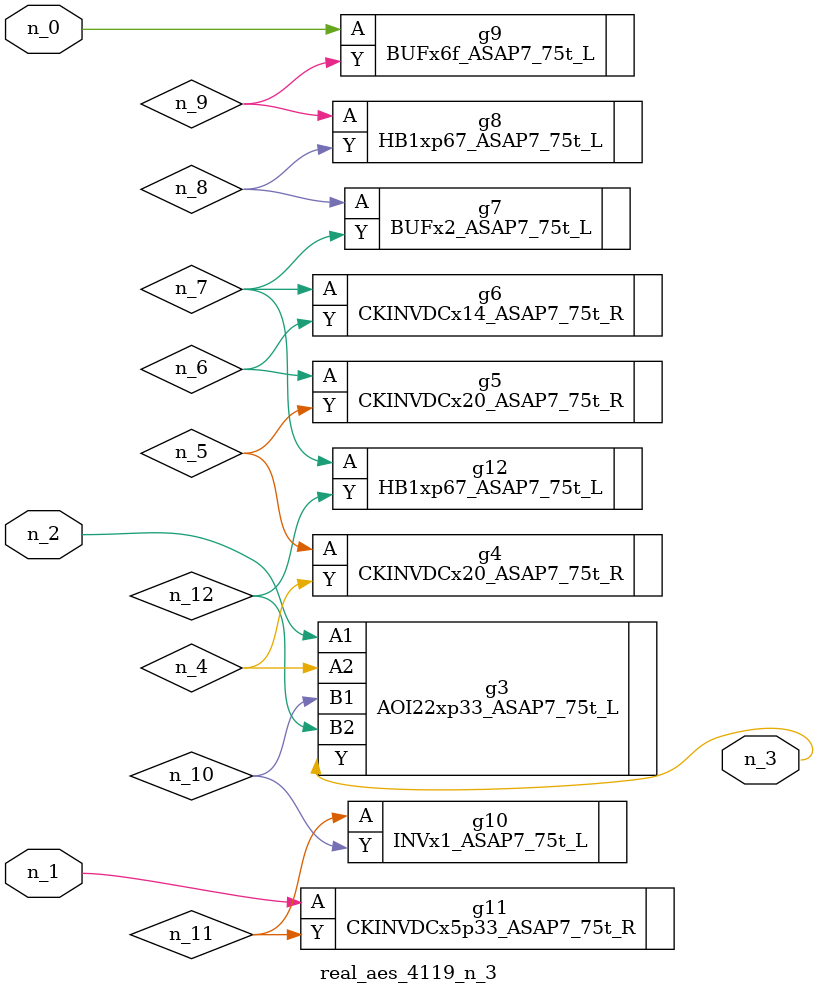
<source format=v>
module real_aes_4119_n_3 (n_0, n_2, n_1, n_3);
input n_0;
input n_2;
input n_1;
output n_3;
wire n_4;
wire n_5;
wire n_7;
wire n_8;
wire n_12;
wire n_6;
wire n_9;
wire n_10;
wire n_11;
BUFx6f_ASAP7_75t_L g9 ( .A(n_0), .Y(n_9) );
CKINVDCx5p33_ASAP7_75t_R g11 ( .A(n_1), .Y(n_11) );
AOI22xp33_ASAP7_75t_L g3 ( .A1(n_2), .A2(n_4), .B1(n_10), .B2(n_12), .Y(n_3) );
CKINVDCx20_ASAP7_75t_R g4 ( .A(n_5), .Y(n_4) );
CKINVDCx20_ASAP7_75t_R g5 ( .A(n_6), .Y(n_5) );
CKINVDCx14_ASAP7_75t_R g6 ( .A(n_7), .Y(n_6) );
HB1xp67_ASAP7_75t_L g12 ( .A(n_7), .Y(n_12) );
BUFx2_ASAP7_75t_L g7 ( .A(n_8), .Y(n_7) );
HB1xp67_ASAP7_75t_L g8 ( .A(n_9), .Y(n_8) );
INVx1_ASAP7_75t_L g10 ( .A(n_11), .Y(n_10) );
endmodule
</source>
